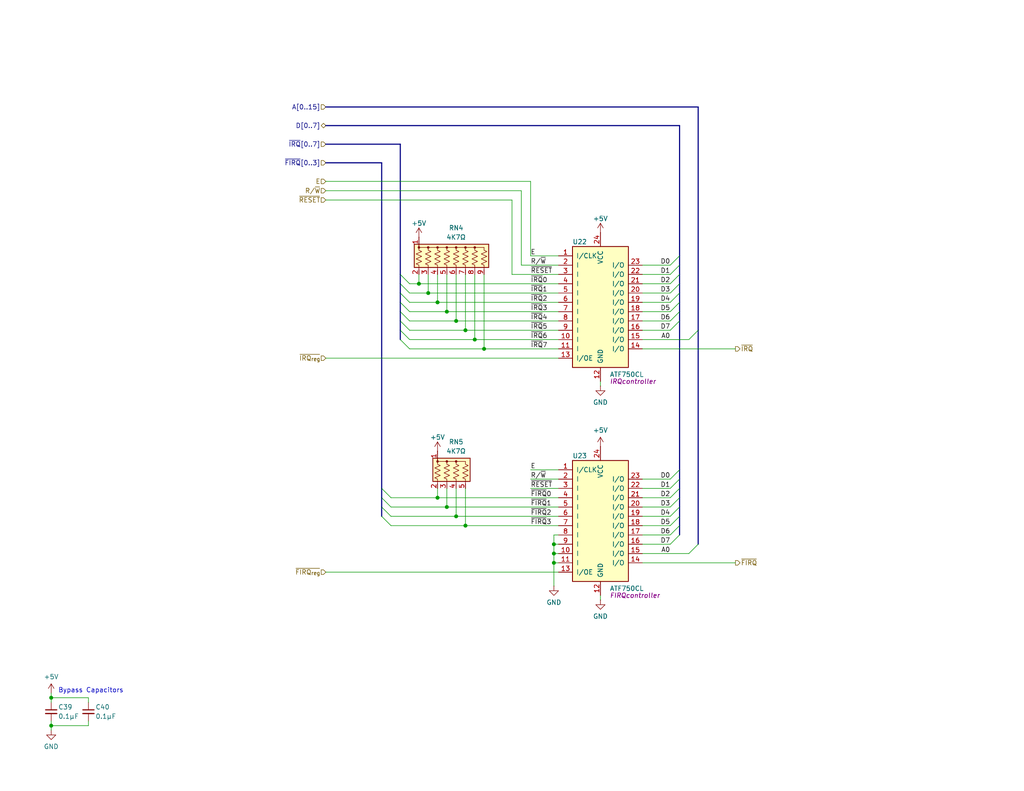
<source format=kicad_sch>
(kicad_sch (version 20250114) (generator "eeschema") (generator_version "9.0")
  (paper "USLetter")
  (title_block (date "2026-02-28") (rev "2.1") (company "MicroHobbyist") (comment 1 "Frédéric Segard"))
  (lib_symbols
    (symbol "Device:C_Small" (pin_numbers (hide yes)) (pin_names (offset 0.254) (hide yes))
      (property "Reference" "C" (at 0.254 1.778 0))
      (property "Value" "C_Small" (at 0.254 -2.032 0))
      (symbol "C_Small_0_1"
        (polyline (pts (xy -1.524 0.508) (xy 1.524 0.508)) (stroke (width 0.3048)))
        (polyline (pts (xy -1.524 -0.508) (xy 1.524 -0.508)) (stroke (width 0.3302)))
      )
      (symbol "C_Small_1_1"
        (pin passive line (at 0 2.54 270) (length 2.032) (name "~") (number "1"))
        (pin passive line (at 0 -2.54 90) (length 2.032) (name "~") (number "2"))
      )
    )
    (symbol "Device:R_Network04_US" (pin_names (offset 0) (hide yes))
      (property "Reference" "RN" (at -7.62 0 90))
      (property "Value" "R_Network04_US" (at 5.08 0 90))
      (symbol "R_Network04_US_0_1"
        (rectangle (start -6.35 -3.175) (end 3.81 3.175) (stroke (width 0.254)) (fill (type background)))
        (circle (center -5.08 2.286) (radius 0.254) (fill (type outline)))
        (polyline (pts (xy -5.08 2.286) (xy 2.54 2.286)))
        (polyline (pts (xy -5.08 2.286) (xy -5.08 1.524) (xy -4.318 1.1684) (xy -5.842 0.508) (xy -4.318 -0.1524) (xy -5.842 -0.8382) (xy -4.318 -1.524) (xy -5.842 -2.1844) (xy -5.08 -2.54) (xy -5.08 -3.81)))
        (circle (center -2.54 2.286) (radius 0.254) (fill (type outline)))
        (polyline (pts (xy -2.54 2.286) (xy -2.54 1.524) (xy -1.778 1.1684) (xy -3.302 0.508) (xy -1.778 -0.1524) (xy -3.302 -0.8382) (xy -1.778 -1.524) (xy -3.302 -2.1844) (xy -2.54 -2.54) (xy -2.54 -3.81)))
        (circle (center 0 2.286) (radius 0.254) (fill (type outline)))
        (polyline (pts (xy 0 2.286) (xy 0 1.524) (xy 0.762 1.1684) (xy -0.762 0.508) (xy 0.762 -0.1524) (xy -0.762 -0.8382) (xy 0.762 -1.524) (xy -0.762 -2.1844) (xy 0 -2.54) (xy 0 -3.81)))
        (polyline (pts (xy 2.54 2.286) (xy 2.54 1.524) (xy 3.302 1.1684) (xy 1.778 0.508) (xy 3.302 -0.1524) (xy 1.778 -0.8382) (xy 3.302 -1.524) (xy 1.778 -2.1844) (xy 2.54 -2.54) (xy 2.54 -3.81)))
      )
      (symbol "R_Network04_US_1_1"
        (pin passive line (at -5.08 5.08 270) (length 2.54) (name "common") (number "1"))
        (pin passive line (at -5.08 -5.08 90) (length 1.27) (name "R1") (number "2"))
        (pin passive line (at -2.54 -5.08 90) (length 1.27) (name "R2") (number "3"))
        (pin passive line (at 0 -5.08 90) (length 1.27) (name "R3") (number "4"))
        (pin passive line (at 2.54 -5.08 90) (length 1.27) (name "R4") (number "5"))
      )
    )
    (symbol "Device:R_Network08_US" (pin_names (offset 0) (hide yes))
      (property "Reference" "RN" (at -12.7 0 90))
      (property "Value" "R_Network08_US" (at 10.16 0 90))
      (symbol "R_Network08_US_0_1"
        (rectangle (start -11.43 -3.175) (end 8.89 3.175) (stroke (width 0.254)) (fill (type background)))
        (circle (center -10.16 2.286) (radius 0.254) (fill (type outline)))
        (polyline (pts (xy -10.16 2.286) (xy 7.62 2.286)))
        (polyline (pts (xy -10.16 2.286) (xy -10.16 1.524) (xy -9.398 1.1684) (xy -10.922 0.508) (xy -9.398 -0.1524) (xy -10.922 -0.8382) (xy -9.398 -1.524) (xy -10.922 -2.1844) (xy -10.16 -2.54) (xy -10.16 -3.81)))
        (circle (center -7.62 2.286) (radius 0.254) (fill (type outline)))
        (polyline (pts (xy -7.62 2.286) (xy -7.62 1.524) (xy -6.858 1.1684) (xy -8.382 0.508) (xy -6.858 -0.1524) (xy -8.382 -0.8382) (xy -6.858 -1.524) (xy -8.382 -2.1844) (xy -7.62 -2.54) (xy -7.62 -3.81)))
        (circle (center -5.08 2.286) (radius 0.254) (fill (type outline)))
        (polyline (pts (xy -5.08 2.286) (xy -5.08 1.524) (xy -4.318 1.1684) (xy -5.842 0.508) (xy -4.318 -0.1524) (xy -5.842 -0.8382) (xy -4.318 -1.524) (xy -5.842 -2.1844) (xy -5.08 -2.54) (xy -5.08 -3.81)))
        (circle (center -2.54 2.286) (radius 0.254) (fill (type outline)))
        (polyline (pts (xy -2.54 2.286) (xy -2.54 1.524) (xy -1.778 1.1684) (xy -3.302 0.508) (xy -1.778 -0.1524) (xy -3.302 -0.8382) (xy -1.778 -1.524) (xy -3.302 -2.1844) (xy -2.54 -2.54) (xy -2.54 -3.81)))
        (circle (center 0 2.286) (radius 0.254) (fill (type outline)))
        (polyline (pts (xy 0 2.286) (xy 0 1.524) (xy 0.762 1.1684) (xy -0.762 0.508) (xy 0.762 -0.1524) (xy -0.762 -0.8382) (xy 0.762 -1.524) (xy -0.762 -2.1844) (xy 0 -2.54) (xy 0 -3.81)))
        (polyline (pts (xy 2.54 2.286) (xy 2.54 1.524) (xy 3.302 1.1684) (xy 1.778 0.508) (xy 3.302 -0.1524) (xy 1.778 -0.8382) (xy 3.302 -1.524) (xy 1.778 -2.1844) (xy 2.54 -2.54) (xy 2.54 -3.81)))
        (circle (center 2.54 2.286) (radius 0.254) (fill (type outline)))
        (polyline (pts (xy 5.08 2.286) (xy 5.08 1.524) (xy 5.842 1.1684) (xy 4.318 0.508) (xy 5.842 -0.1524) (xy 4.318 -0.8382) (xy 5.842 -1.524) (xy 4.318 -2.1844) (xy 5.08 -2.54) (xy 5.08 -3.81)))
        (circle (center 5.08 2.286) (radius 0.254) (fill (type outline)))
        (polyline (pts (xy 7.62 2.286) (xy 7.62 1.524) (xy 8.382 1.1684) (xy 6.858 0.508) (xy 8.382 -0.1524) (xy 6.858 -0.8382) (xy 8.382 -1.524) (xy 6.858 -2.1844) (xy 7.62 -2.54) (xy 7.62 -3.81)))
      )
      (symbol "R_Network08_US_1_1"
        (pin passive line (at -10.16 5.08 270) (length 2.54) (name "common") (number "1"))
        (pin passive line (at -10.16 -5.08 90) (length 1.27) (name "R1") (number "2"))
        (pin passive line (at -7.62 -5.08 90) (length 1.27) (name "R2") (number "3"))
        (pin passive line (at -5.08 -5.08 90) (length 1.27) (name "R3") (number "4"))
        (pin passive line (at -2.54 -5.08 90) (length 1.27) (name "R4") (number "5"))
        (pin passive line (at 0 -5.08 90) (length 1.27) (name "R5") (number "6"))
        (pin passive line (at 2.54 -5.08 90) (length 1.27) (name "R6") (number "7"))
        (pin passive line (at 5.08 -5.08 90) (length 1.27) (name "R7") (number "8"))
        (pin passive line (at 7.62 -5.08 90) (length 1.27) (name "R8") (number "9"))
      )
    )
    (symbol "MicroHobbyist:ATF22V10C" (pin_names (offset 1.016))
      (property "Reference" "U" (at -7.62 1.27 0))
      (property "Value" "ATF22V10C" (at 1.27 -34.925 0))
      (symbol "ATF22V10C_1_1"
        (rectangle (start -7.62 0) (end 7.62 -33.02) (stroke (width 0.254)) (fill (type background)))
        (pin input line (at -11.43 -2.54 0) (length 3.81) (name "I/CLK") (number "1"))
        (pin input line (at -11.43 -5.08 0) (length 3.81) (name "I") (number "2"))
        (pin input line (at -11.43 -7.62 0) (length 3.81) (name "I") (number "3"))
        (pin input line (at -11.43 -10.16 0) (length 3.81) (name "I") (number "4"))
        (pin input line (at -11.43 -12.7 0) (length 3.81) (name "I") (number "5"))
        (pin input line (at -11.43 -15.24 0) (length 3.81) (name "I") (number "6"))
        (pin input line (at -11.43 -17.78 0) (length 3.81) (name "I") (number "7"))
        (pin input line (at -11.43 -20.32 0) (length 3.81) (name "I") (number "8"))
        (pin input line (at -11.43 -22.86 0) (length 3.81) (name "I") (number "9"))
        (pin input line (at -11.43 -25.4 0) (length 3.81) (name "I") (number "10"))
        (pin input line (at -11.43 -27.94 0) (length 3.81) (name "I") (number "11"))
        (pin input line (at -11.43 -30.48 0) (length 3.81) (name "I/OE") (number "13"))
        (pin power_in line (at 0 3.81 270) (length 3.81) (name "VCC") (number "24"))
        (pin power_in line (at 0 -36.83 90) (length 3.81) (name "GND") (number "12"))
        (pin bidirectional line (at 11.43 -5.08 180) (length 3.81) (name "I/O") (number "23"))
        (pin bidirectional line (at 11.43 -7.62 180) (length 3.81) (name "I/O") (number "22"))
        (pin bidirectional line (at 11.43 -10.16 180) (length 3.81) (name "I/O") (number "21"))
        (pin bidirectional line (at 11.43 -12.7 180) (length 3.81) (name "I/O") (number "20"))
        (pin bidirectional line (at 11.43 -15.24 180) (length 3.81) (name "I/O") (number "19"))
        (pin bidirectional line (at 11.43 -17.78 180) (length 3.81) (name "I/O") (number "18"))
        (pin bidirectional line (at 11.43 -20.32 180) (length 3.81) (name "I/O") (number "17"))
        (pin bidirectional line (at 11.43 -22.86 180) (length 3.81) (name "I/O") (number "16"))
        (pin bidirectional line (at 11.43 -25.4 180) (length 3.81) (name "I/O") (number "15"))
        (pin bidirectional line (at 11.43 -27.94 180) (length 3.81) (name "I/O") (number "14"))
      )
    )
    (symbol "power:+5V" (power) (pin_numbers (hide yes)) (pin_names (offset 0) (hide yes))
      (property "Value" "+5V" (at 0 3.556 0))
      (symbol "+5V_0_1"
        (polyline (pts (xy -0.762 1.27) (xy 0 2.54)))
        (polyline (pts (xy 0 2.54) (xy 0.762 1.27)))
        (polyline (pts (xy 0 0) (xy 0 2.54)))
      )
      (symbol "+5V_1_1"
        (pin power_in line (at 0 0 90) (length 0) (name "~") (number "1"))
      )
    )
    (symbol "power:GND" (power) (pin_numbers (hide yes)) (pin_names (offset 0) (hide yes))
      (property "Value" "GND" (at 0 -3.81 0))
      (symbol "GND_0_1"
        (polyline (pts (xy 0 0) (xy 0 -1.27) (xy 1.27 -1.27) (xy 0 -2.54) (xy -1.27 -1.27) (xy 0 -1.27)))
      )
      (symbol "GND_1_1"
        (pin power_in line (at 0 0 270) (length 0) (name "~") (number "1"))
      )
    )
  )
  (text "Bypass Capacitors" (at 15.875 188.595 0) (effects (font (size 1.27 1.27)) (justify left)))
  (junction (at 121.92 85.09))
  (junction (at 116.84 80.01))
  (junction (at 119.38 82.55))
  (junction (at 13.97 198.12))
  (junction (at 127 90.17))
  (junction (at 13.97 190.5))
  (junction (at 132.08 95.25))
  (junction (at 114.3 77.47))
  (junction (at 129.54 92.71))
  (junction (at 127 143.51))
  (junction (at 119.38 135.89))
  (junction (at 151.13 153.67))
  (junction (at 124.46 140.97))
  (junction (at 151.13 148.59))
  (junction (at 121.92 138.43))
  (junction (at 151.13 151.13))
  (junction (at 124.46 87.63))
  (bus_entry (at 109.22 85.09) (size 2.54 2.54))
  (bus_entry (at 187.96 151.13) (size 2.54 -2.54))
  (bus_entry (at 104.14 138.43) (size 2.54 2.54))
  (bus_entry (at 185.42 69.85) (size -2.54 2.54))
  (bus_entry (at 185.42 143.51) (size -2.54 2.54))
  (bus_entry (at 104.14 133.35) (size 2.54 2.54))
  (bus_entry (at 109.22 87.63) (size 2.54 2.54))
  (bus_entry (at 104.14 140.97) (size 2.54 2.54))
  (bus_entry (at 104.14 135.89) (size 2.54 2.54))
  (bus_entry (at 185.42 82.55) (size -2.54 2.54))
  (bus_entry (at 109.22 82.55) (size 2.54 2.54))
  (bus_entry (at 185.42 72.39) (size -2.54 2.54))
  (bus_entry (at 109.22 92.71) (size 2.54 2.54))
  (bus_entry (at 109.22 77.47) (size 2.54 2.54))
  (bus_entry (at 109.22 80.01) (size 2.54 2.54))
  (bus_entry (at 185.42 133.35) (size -2.54 2.54))
  (bus_entry (at 185.42 80.01) (size -2.54 2.54))
  (bus_entry (at 187.96 92.71) (size 2.54 -2.54))
  (bus_entry (at 185.42 87.63) (size -2.54 2.54))
  (bus_entry (at 185.42 135.89) (size -2.54 2.54))
  (bus_entry (at 185.42 130.81) (size -2.54 2.54))
  (bus_entry (at 185.42 138.43) (size -2.54 2.54))
  (bus_entry (at 109.22 90.17) (size 2.54 2.54))
  (bus_entry (at 185.42 77.47) (size -2.54 2.54))
  (bus_entry (at 185.42 146.05) (size -2.54 2.54))
  (bus_entry (at 185.42 74.93) (size -2.54 2.54))
  (bus_entry (at 109.22 74.93) (size 2.54 2.54))
  (bus_entry (at 185.42 85.09) (size -2.54 2.54))
  (bus_entry (at 185.42 140.97) (size -2.54 2.54))
  (bus_entry (at 185.42 128.27) (size -2.54 2.54))
  (wire (pts (xy 175.26 153.67) (xy 200.66 153.67)))
  (wire (pts (xy 24.13 190.5) (xy 24.13 191.77)))
  (bus (pts (xy 88.9 39.37) (xy 109.22 39.37)))
  (wire (pts (xy 119.38 133.35) (xy 119.38 135.89)))
  (wire (pts (xy 142.24 52.07) (xy 142.24 72.39)))
  (bus (pts (xy 185.42 85.09) (xy 185.42 82.55)))
  (wire (pts (xy 175.26 74.93) (xy 182.88 74.93)))
  (bus (pts (xy 109.22 80.01) (xy 109.22 77.47)))
  (bus (pts (xy 185.42 87.63) (xy 185.42 85.09)))
  (wire (pts (xy 175.26 143.51) (xy 182.88 143.51)))
  (wire (pts (xy 88.9 54.61) (xy 139.7 54.61)))
  (bus (pts (xy 185.42 82.55) (xy 185.42 80.01)))
  (bus (pts (xy 109.22 90.17) (xy 109.22 87.63)))
  (wire (pts (xy 127 143.51) (xy 152.4 143.51)))
  (wire (pts (xy 175.26 72.39) (xy 182.88 72.39)))
  (wire (pts (xy 116.84 80.01) (xy 152.4 80.01)))
  (wire (pts (xy 175.26 151.13) (xy 187.96 151.13)))
  (wire (pts (xy 175.26 146.05) (xy 182.88 146.05)))
  (wire (pts (xy 151.13 146.05) (xy 152.4 146.05)))
  (wire (pts (xy 163.83 163.83) (xy 163.83 162.56)))
  (wire (pts (xy 142.24 72.39) (xy 152.4 72.39)))
  (wire (pts (xy 88.9 49.53) (xy 144.78 49.53)))
  (wire (pts (xy 175.26 140.97) (xy 182.88 140.97)))
  (wire (pts (xy 175.26 82.55) (xy 182.88 82.55)))
  (bus (pts (xy 185.42 72.39) (xy 185.42 69.85)))
  (wire (pts (xy 175.26 92.71) (xy 187.96 92.71)))
  (wire (pts (xy 151.13 153.67) (xy 152.4 153.67)))
  (wire (pts (xy 151.13 146.05) (xy 151.13 148.59)))
  (wire (pts (xy 175.26 87.63) (xy 182.88 87.63)))
  (wire (pts (xy 121.92 138.43) (xy 152.4 138.43)))
  (wire (pts (xy 13.97 196.85) (xy 13.97 198.12)))
  (wire (pts (xy 144.78 133.35) (xy 152.4 133.35)))
  (wire (pts (xy 111.76 90.17) (xy 127 90.17)))
  (bus (pts (xy 104.14 44.45) (xy 104.14 133.35)))
  (wire (pts (xy 106.68 143.51) (xy 127 143.51)))
  (wire (pts (xy 163.83 105.41) (xy 163.83 104.14)))
  (bus (pts (xy 185.42 130.81) (xy 185.42 128.27)))
  (bus (pts (xy 185.42 77.47) (xy 185.42 74.93)))
  (wire (pts (xy 129.54 74.93) (xy 129.54 92.71)))
  (wire (pts (xy 124.46 133.35) (xy 124.46 140.97)))
  (wire (pts (xy 151.13 148.59) (xy 151.13 151.13)))
  (bus (pts (xy 185.42 133.35) (xy 185.42 130.81)))
  (wire (pts (xy 129.54 92.71) (xy 152.4 92.71)))
  (bus (pts (xy 185.42 138.43) (xy 185.42 135.89)))
  (wire (pts (xy 175.26 135.89) (xy 182.88 135.89)))
  (wire (pts (xy 24.13 196.85) (xy 24.13 198.12)))
  (bus (pts (xy 88.9 44.45) (xy 104.14 44.45)))
  (wire (pts (xy 116.84 74.93) (xy 116.84 80.01)))
  (bus (pts (xy 104.14 140.97) (xy 104.14 138.43)))
  (wire (pts (xy 13.97 198.12) (xy 13.97 199.39)))
  (bus (pts (xy 185.42 69.85) (xy 185.42 34.29)))
  (wire (pts (xy 132.08 74.93) (xy 132.08 95.25)))
  (wire (pts (xy 114.3 74.93) (xy 114.3 77.47)))
  (wire (pts (xy 124.46 74.93) (xy 124.46 87.63)))
  (wire (pts (xy 175.26 77.47) (xy 182.88 77.47)))
  (wire (pts (xy 144.78 130.81) (xy 152.4 130.81)))
  (wire (pts (xy 151.13 151.13) (xy 151.13 153.67)))
  (wire (pts (xy 111.76 85.09) (xy 121.92 85.09)))
  (bus (pts (xy 185.42 74.93) (xy 185.42 72.39)))
  (wire (pts (xy 13.97 190.5) (xy 13.97 191.77)))
  (wire (pts (xy 121.92 85.09) (xy 152.4 85.09)))
  (wire (pts (xy 88.9 97.79) (xy 152.4 97.79)))
  (wire (pts (xy 114.3 77.47) (xy 152.4 77.47)))
  (bus (pts (xy 104.14 138.43) (xy 104.14 135.89)))
  (wire (pts (xy 139.7 54.61) (xy 139.7 74.93)))
  (wire (pts (xy 111.76 82.55) (xy 119.38 82.55)))
  (wire (pts (xy 139.7 74.93) (xy 152.4 74.93)))
  (wire (pts (xy 121.92 133.35) (xy 121.92 138.43)))
  (wire (pts (xy 106.68 135.89) (xy 119.38 135.89)))
  (wire (pts (xy 119.38 135.89) (xy 152.4 135.89)))
  (bus (pts (xy 185.42 143.51) (xy 185.42 140.97)))
  (bus (pts (xy 109.22 87.63) (xy 109.22 85.09)))
  (wire (pts (xy 132.08 95.25) (xy 152.4 95.25)))
  (wire (pts (xy 144.78 49.53) (xy 144.78 69.85)))
  (wire (pts (xy 151.13 153.67) (xy 151.13 160.02)))
  (bus (pts (xy 88.9 34.29) (xy 185.42 34.29)))
  (wire (pts (xy 106.68 138.43) (xy 121.92 138.43)))
  (bus (pts (xy 104.14 133.35) (xy 104.14 135.89)))
  (bus (pts (xy 109.22 92.71) (xy 109.22 90.17)))
  (wire (pts (xy 175.26 130.81) (xy 182.88 130.81)))
  (wire (pts (xy 119.38 74.93) (xy 119.38 82.55)))
  (bus (pts (xy 190.5 90.17) (xy 190.5 148.59)))
  (wire (pts (xy 119.38 82.55) (xy 152.4 82.55)))
  (wire (pts (xy 127 133.35) (xy 127 143.51)))
  (wire (pts (xy 111.76 77.47) (xy 114.3 77.47)))
  (wire (pts (xy 175.26 95.25) (xy 200.66 95.25)))
  (wire (pts (xy 111.76 95.25) (xy 132.08 95.25)))
  (wire (pts (xy 151.13 151.13) (xy 152.4 151.13)))
  (wire (pts (xy 13.97 189.23) (xy 13.97 190.5)))
  (bus (pts (xy 109.22 82.55) (xy 109.22 80.01)))
  (wire (pts (xy 127 90.17) (xy 152.4 90.17)))
  (wire (pts (xy 106.68 140.97) (xy 124.46 140.97)))
  (wire (pts (xy 88.9 52.07) (xy 142.24 52.07)))
  (wire (pts (xy 175.26 80.01) (xy 182.88 80.01)))
  (wire (pts (xy 152.4 148.59) (xy 151.13 148.59)))
  (wire (pts (xy 88.9 156.21) (xy 152.4 156.21)))
  (bus (pts (xy 185.42 140.97) (xy 185.42 138.43)))
  (bus (pts (xy 185.42 146.05) (xy 185.42 143.51)))
  (bus (pts (xy 185.42 80.01) (xy 185.42 77.47)))
  (wire (pts (xy 124.46 140.97) (xy 152.4 140.97)))
  (wire (pts (xy 175.26 90.17) (xy 182.88 90.17)))
  (wire (pts (xy 13.97 190.5) (xy 24.13 190.5)))
  (bus (pts (xy 190.5 29.21) (xy 190.5 90.17)))
  (bus (pts (xy 109.22 74.93) (xy 109.22 39.37)))
  (wire (pts (xy 175.26 148.59) (xy 182.88 148.59)))
  (bus (pts (xy 109.22 77.47) (xy 109.22 74.93)))
  (bus (pts (xy 88.9 29.21) (xy 190.5 29.21)))
  (wire (pts (xy 127 74.93) (xy 127 90.17)))
  (wire (pts (xy 111.76 87.63) (xy 124.46 87.63)))
  (bus (pts (xy 185.42 135.89) (xy 185.42 133.35)))
  (wire (pts (xy 175.26 133.35) (xy 182.88 133.35)))
  (wire (pts (xy 111.76 92.71) (xy 129.54 92.71)))
  (wire (pts (xy 144.78 69.85) (xy 152.4 69.85)))
  (wire (pts (xy 13.97 198.12) (xy 24.13 198.12)))
  (bus (pts (xy 185.42 87.63) (xy 185.42 128.27)))
  (wire (pts (xy 124.46 87.63) (xy 152.4 87.63)))
  (bus (pts (xy 109.22 85.09) (xy 109.22 82.55)))
  (wire (pts (xy 175.26 138.43) (xy 182.88 138.43)))
  (wire (pts (xy 111.76 80.01) (xy 116.84 80.01)))
  (wire (pts (xy 121.92 74.93) (xy 121.92 85.09)))
  (wire (pts (xy 175.26 85.09) (xy 182.88 85.09)))
  (wire (pts (xy 144.78 128.27) (xy 152.4 128.27)))
  (label "D4" (at 182.88 140.97 180))
  (label "D5" (at 182.88 143.51 180))
  (label "D2" (at 182.88 77.47 180))
  (label "D3" (at 182.88 138.43 180))
  (label "~{FIRQ}3" (at 144.78 143.51 0))
  (label "A0" (at 182.88 151.13 180))
  (label "~{RESET}" (at 144.78 133.35 0))
  (label "D3" (at 182.88 80.01 180))
  (label "~{FIRQ}0" (at 144.78 135.89 0))
  (label "~{IRQ}4" (at 144.78 87.63 0))
  (label "~{IRQ}0" (at 144.78 77.47 0))
  (label "E" (at 144.78 128.27 0))
  (label "D7" (at 182.88 90.17 180))
  (label "D5" (at 182.88 85.09 180))
  (label "~{IRQ}7" (at 144.78 95.25 0))
  (label "D2" (at 182.88 135.89 180))
  (label "~{FIRQ}2" (at 144.78 140.97 0))
  (label "~{RESET}" (at 144.78 74.93 0))
  (label "R{slash}~{W}" (at 144.78 72.39 0))
  (label "~{IRQ}5" (at 144.78 90.17 0))
  (label "D0" (at 182.88 130.81 180))
  (label "~{IRQ}1" (at 144.78 80.01 0))
  (label "~{IRQ}6" (at 144.78 92.71 0))
  (label "R{slash}~{W}" (at 144.78 130.81 0))
  (label "~{IRQ}3" (at 144.78 85.09 0))
  (label "D7" (at 182.88 148.59 180))
  (label "D6" (at 182.88 146.05 180))
  (label "~{FIRQ}1" (at 144.78 138.43 0))
  (label "E" (at 144.78 69.85 0))
  (label "D4" (at 182.88 82.55 180))
  (label "D1" (at 182.88 133.35 180))
  (label "A0" (at 182.88 92.71 180))
  (label "D0" (at 182.88 72.39 180))
  (label "D1" (at 182.88 74.93 180))
  (label "~{IRQ}2" (at 144.78 82.55 0))
  (label "D6" (at 182.88 87.63 180))
  (hierarchical_label "E" (shape input) (at 88.9 49.53 180))
  (hierarchical_label "~{IRQ}" (shape output) (at 200.66 95.25 0))
  (hierarchical_label "~{FIRQ_{reg}}" (shape input) (at 88.9 156.21 180))
  (hierarchical_label "~{RESET}" (shape input) (at 88.9 54.61 180))
  (hierarchical_label "~{FIRQ}" (shape output) (at 200.66 153.67 0))
  (hierarchical_label "R{slash}~{W}" (shape input) (at 88.9 52.07 180))
  (hierarchical_label "~{IRQ_{reg}}" (shape input) (at 88.9 97.79 180))
  (hierarchical_label "~{FIRQ}[0..3]" (shape input) (at 88.9 44.45 180))
  (hierarchical_label "A[0..15]" (shape input) (at 88.9 29.21 180))
  (hierarchical_label "D[0..7]" (shape bidirectional) (at 88.9 34.29 180))
  (hierarchical_label "~{IRQ}[0..7]" (shape input) (at 88.9 39.37 180))
  (symbol (lib_id "power:GND") (at 163.83 163.83 0) (unit 1)
    (property "Reference" "#PWR0112" (effects (hide yes)))
    (property "Value" "GND" (at 163.83 168.275 0))
    (property "Description" "Power symbol creates a global label with name \"GND\" , ground" (effects (hide yes)))
  )
  (symbol (lib_id "power:GND") (at 151.13 160.02 0) (unit 1)
    (property "Reference" "#PWR0111" (effects (hide yes)))
    (property "Value" "GND" (at 151.13 164.465 0))
    (property "Description" "Power symbol creates a global label with name \"GND\" , ground" (effects (hide yes)))
  )
  (symbol (lib_id "power:+5V") (at 163.83 63.5 0) (unit 1)
    (property "Reference" "#PWR0106" (effects (hide yes)))
    (property "Value" "+5V" (at 163.83 59.69 0))
    (property "Description" "Power symbol creates a global label with name \"+5V\"" (effects (hide yes)))
  )
  (symbol (lib_id "MicroHobbyist:ATF22V10C") (at 163.83 125.73 0) (unit 1)
    (property "Reference" "U23" (at 156.21 124.46 0) (effects (justify left)))
    (property "Value" "ATF750CL" (at 166.37 160.655 0) (effects (justify left)))
    (property "Footprint" "Package_DIP:DIP-24_W7.62mm_Socket_LongPads" (effects (hide yes)))
    (property "Datasheet" "http://ww1.microchip.com/downloads/en/DeviceDoc/doc0735.pdf" (effects (hide yes)))
    (property "Description" "High-performance EE PLD, 12 inputs, 10 I/O" (effects (hide yes)))
    (property "File" "FIRQcontroller" (at 166.37 162.56 0) (effects (font (italic yes)) (justify left)))
    (property "Position" "BB-LEFT" (effects (hide yes)))
  )
  (symbol (lib_id "Device:R_Network04_US") (at 124.46 128.27 0) (unit 1)
    (property "Reference" "RN5" (at 124.46 120.65 0))
    (property "Value" "4K7Ω" (at 124.46 123.19 0))
    (property "Footprint" "Resistor_THT:R_Array_SIP5" (effects (hide yes)))
    (property "Datasheet" "http://www.vishay.com/docs/31509/csc.pdf" (effects (hide yes)))
    (property "Description" "4 resistor network, star topology, bussed resistors, small US symbol" (effects (hide yes)))
  )
  (symbol (lib_id "Device:C_Small") (at 24.13 194.31 0) (unit 1)
    (property "Reference" "C40" (at 26.035 193.04 0) (effects (justify left)))
    (property "Value" "0.1µF" (at 26.035 195.58 0) (effects (justify left)))
    (property "Description" "Unpolarized capacitor, small symbol" (effects (hide yes)))
  )
  (symbol (lib_id "Device:C_Small") (at 13.97 194.31 0) (unit 1)
    (property "Reference" "C39" (at 15.875 193.04 0) (effects (justify left)))
    (property "Value" "0.1µF" (at 15.875 195.58 0) (effects (justify left)))
    (property "Description" "Unpolarized capacitor, small symbol" (effects (hide yes)))
  )
  (symbol (lib_id "power:GND") (at 163.83 105.41 0) (unit 1)
    (property "Reference" "#PWR0108" (effects (hide yes)))
    (property "Value" "GND" (at 163.83 109.855 0))
    (property "Description" "Power symbol creates a global label with name \"GND\" , ground" (effects (hide yes)))
  )
  (symbol (lib_id "power:+5V") (at 163.83 121.92 0) (unit 1)
    (property "Reference" "#PWR0109" (effects (hide yes)))
    (property "Value" "+5V" (at 163.83 117.475 0))
    (property "Description" "Power symbol creates a global label with name \"+5V\"" (effects (hide yes)))
  )
  (symbol (lib_id "power:+5V") (at 119.38 123.19 0) (unit 1)
    (property "Reference" "#PWR0110" (effects (hide yes)))
    (property "Value" "+5V" (at 119.38 119.38 0))
    (property "Description" "Power symbol creates a global label with name \"+5V\"" (effects (hide yes)))
  )
  (symbol (lib_id "power:GND") (at 13.97 199.39 0) (unit 1)
    (property "Reference" "#PWR0114" (effects (hide yes)))
    (property "Value" "GND" (at 13.97 203.835 0))
    (property "Description" "Power symbol creates a global label with name \"GND\" , ground" (effects (hide yes)))
  )
  (symbol (lib_id "MicroHobbyist:ATF22V10C") (at 163.83 67.31 0) (unit 1)
    (property "Reference" "U22" (at 156.21 66.04 0) (effects (justify left)))
    (property "Value" "ATF750CL" (at 166.37 102.235 0) (effects (justify left)))
    (property "Footprint" "Package_DIP:DIP-24_W7.62mm_Socket_LongPads" (effects (hide yes)))
    (property "Datasheet" "http://ww1.microchip.com/downloads/en/DeviceDoc/doc0735.pdf" (effects (hide yes)))
    (property "Description" "High-performance EE PLD, 12 inputs, 10 I/O" (effects (hide yes)))
    (property "File" "IRQcontroller" (at 166.37 104.14 0) (effects (font (italic yes)) (justify left)))
    (property "Position" "BB-LEFT" (effects (hide yes)))
  )
  (symbol (lib_id "power:+5V") (at 13.97 189.23 0) (unit 1)
    (property "Reference" "#PWR0113" (effects (hide yes)))
    (property "Value" "+5V" (at 13.97 184.785 0))
    (property "Description" "Power symbol creates a global label with name \"+5V\"" (effects (hide yes)))
  )
  (symbol (lib_id "Device:R_Network08_US") (at 124.46 69.85 0) (unit 1)
    (property "Reference" "RN4" (at 124.46 62.23 0))
    (property "Value" "4K7Ω" (at 124.46 64.77 0))
    (property "Footprint" "Resistor_THT:R_Array_SIP9" (effects (hide yes)))
    (property "Datasheet" "http://www.vishay.com/docs/31509/csc.pdf" (effects (hide yes)))
    (property "Description" "8 resistor network, star topology, bussed resistors, small US symbol" (effects (hide yes)))
  )
  (symbol (lib_id "power:+5V") (at 114.3 64.77 0) (unit 1)
    (property "Reference" "#PWR0107" (effects (hide yes)))
    (property "Value" "+5V" (at 114.3 60.96 0))
    (property "Description" "Power symbol creates a global label with name \"+5V\"" (effects (hide yes)))
  )
)
</source>
